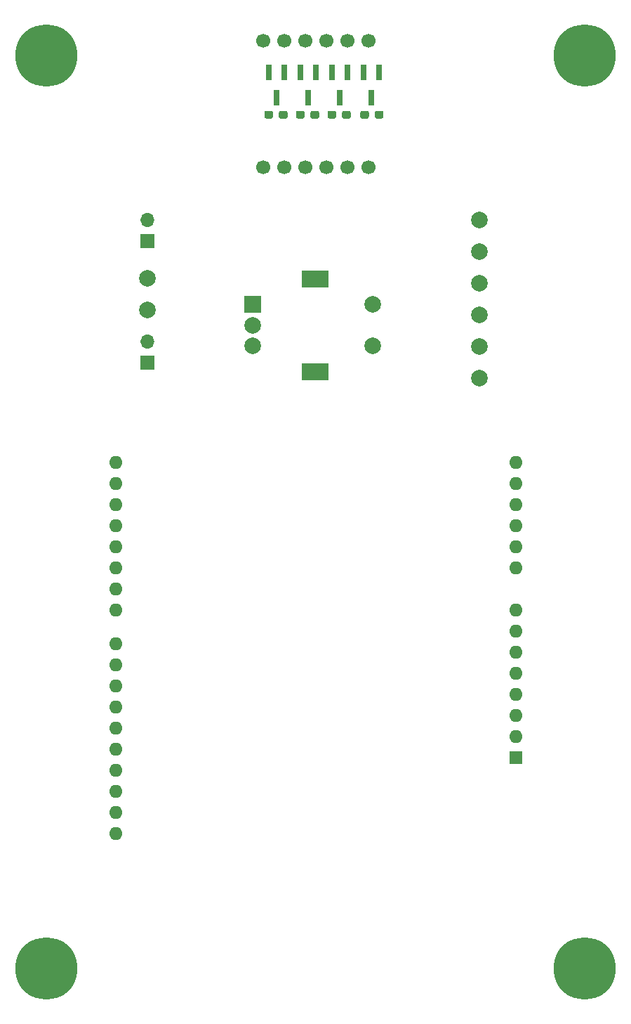
<source format=gbr>
%TF.GenerationSoftware,KiCad,Pcbnew,(5.99.0-2611-ga723fba70-dirty)*%
%TF.CreationDate,2020-08-14T04:19:11+02:00*%
%TF.ProjectId,rundtisch-nc,72756e64-7469-4736-9368-2d6e632e6b69,rev?*%
%TF.SameCoordinates,Original*%
%TF.FileFunction,Soldermask,Bot*%
%TF.FilePolarity,Negative*%
%FSLAX46Y46*%
G04 Gerber Fmt 4.6, Leading zero omitted, Abs format (unit mm)*
G04 Created by KiCad (PCBNEW (5.99.0-2611-ga723fba70-dirty)) date 2020-08-14 04:19:11*
%MOMM*%
%LPD*%
G01*
G04 APERTURE LIST*
%ADD10C,7.500000*%
%ADD11C,2.000000*%
%ADD12C,1.700000*%
%ADD13R,1.700000X1.700000*%
%ADD14O,1.700000X1.700000*%
%ADD15R,2.000000X2.000000*%
%ADD16R,3.200000X2.000000*%
%ADD17R,0.800000X1.900000*%
%ADD18R,1.600000X1.600000*%
%ADD19O,1.600000X1.600000*%
G04 APERTURE END LIST*
D10*
%TO.C,REF\u002A\u002A*%
X115000000Y-160000000D03*
%TD*%
%TO.C,REF\u002A\u002A*%
X50000000Y-160000000D03*
%TD*%
%TO.C,REF\u002A\u002A*%
X115000000Y-50000000D03*
%TD*%
%TO.C,REF\u002A\u002A*%
X50000000Y-50000000D03*
%TD*%
D11*
%TO.C,J4*%
X62230000Y-76835000D03*
X62230000Y-80645000D03*
%TD*%
D12*
%TO.C,U2*%
X76200000Y-63500000D03*
X78740000Y-63500000D03*
X81280000Y-63500000D03*
X83820000Y-63500000D03*
X86360000Y-63500000D03*
X88900000Y-63500000D03*
X88900000Y-48260000D03*
X86360000Y-48260000D03*
X83820000Y-48260000D03*
X81280000Y-48260000D03*
X78740000Y-48260000D03*
X76200000Y-48260000D03*
%TD*%
D13*
%TO.C,SW1*%
X62230000Y-86995000D03*
D14*
X62230000Y-84455000D03*
%TD*%
D13*
%TO.C,J3*%
X62230000Y-72390000D03*
D14*
X62230000Y-69850000D03*
%TD*%
D15*
%TO.C,SW3*%
X74930000Y-80010000D03*
D11*
X74930000Y-85010000D03*
X74930000Y-82510000D03*
D16*
X82430000Y-88110000D03*
X82430000Y-76910000D03*
D11*
X89430000Y-85010000D03*
X89430000Y-80010000D03*
%TD*%
%TO.C,R16*%
G36*
G01*
X83944000Y-57387500D02*
X83944000Y-56912500D01*
G75*
G02*
X84181500Y-56675000I237500J0D01*
G01*
X84756500Y-56675000D01*
G75*
G02*
X84994000Y-56912500I0J-237500D01*
G01*
X84994000Y-57387500D01*
G75*
G02*
X84756500Y-57625000I-237500J0D01*
G01*
X84181500Y-57625000D01*
G75*
G02*
X83944000Y-57387500I0J237500D01*
G01*
G37*
G36*
G01*
X85694000Y-57387500D02*
X85694000Y-56912500D01*
G75*
G02*
X85931500Y-56675000I237500J0D01*
G01*
X86506500Y-56675000D01*
G75*
G02*
X86744000Y-56912500I0J-237500D01*
G01*
X86744000Y-57387500D01*
G75*
G02*
X86506500Y-57625000I-237500J0D01*
G01*
X85931500Y-57625000D01*
G75*
G02*
X85694000Y-57387500I0J237500D01*
G01*
G37*
%TD*%
D17*
%TO.C,Q4*%
X76840000Y-52070000D03*
X78740000Y-52070000D03*
X77790000Y-55070000D03*
%TD*%
%TO.C,Q3*%
X80650000Y-52070000D03*
X82550000Y-52070000D03*
X81600000Y-55070000D03*
%TD*%
%TO.C,R18*%
G36*
G01*
X76324000Y-57387500D02*
X76324000Y-56912500D01*
G75*
G02*
X76561500Y-56675000I237500J0D01*
G01*
X77136500Y-56675000D01*
G75*
G02*
X77374000Y-56912500I0J-237500D01*
G01*
X77374000Y-57387500D01*
G75*
G02*
X77136500Y-57625000I-237500J0D01*
G01*
X76561500Y-57625000D01*
G75*
G02*
X76324000Y-57387500I0J237500D01*
G01*
G37*
G36*
G01*
X78074000Y-57387500D02*
X78074000Y-56912500D01*
G75*
G02*
X78311500Y-56675000I237500J0D01*
G01*
X78886500Y-56675000D01*
G75*
G02*
X79124000Y-56912500I0J-237500D01*
G01*
X79124000Y-57387500D01*
G75*
G02*
X78886500Y-57625000I-237500J0D01*
G01*
X78311500Y-57625000D01*
G75*
G02*
X78074000Y-57387500I0J237500D01*
G01*
G37*
%TD*%
%TO.C,R17*%
G36*
G01*
X80134000Y-57387500D02*
X80134000Y-56912500D01*
G75*
G02*
X80371500Y-56675000I237500J0D01*
G01*
X80946500Y-56675000D01*
G75*
G02*
X81184000Y-56912500I0J-237500D01*
G01*
X81184000Y-57387500D01*
G75*
G02*
X80946500Y-57625000I-237500J0D01*
G01*
X80371500Y-57625000D01*
G75*
G02*
X80134000Y-57387500I0J237500D01*
G01*
G37*
G36*
G01*
X81884000Y-57387500D02*
X81884000Y-56912500D01*
G75*
G02*
X82121500Y-56675000I237500J0D01*
G01*
X82696500Y-56675000D01*
G75*
G02*
X82934000Y-56912500I0J-237500D01*
G01*
X82934000Y-57387500D01*
G75*
G02*
X82696500Y-57625000I-237500J0D01*
G01*
X82121500Y-57625000D01*
G75*
G02*
X81884000Y-57387500I0J237500D01*
G01*
G37*
%TD*%
D11*
%TO.C,J1*%
X102235000Y-88900000D03*
X102235000Y-85090000D03*
X102235000Y-81280000D03*
X102235000Y-77470000D03*
X102235000Y-73660000D03*
X102235000Y-69850000D03*
%TD*%
D17*
%TO.C,Q2*%
X84460000Y-52070000D03*
X86360000Y-52070000D03*
X85410000Y-55070000D03*
%TD*%
D18*
%TO.C,A1*%
X106680000Y-134620000D03*
D19*
X106680000Y-132080000D03*
X106680000Y-129540000D03*
X106680000Y-127000000D03*
X106680000Y-124460000D03*
X106680000Y-121920000D03*
X106680000Y-119380000D03*
X106680000Y-116840000D03*
X106680000Y-111760000D03*
X106680000Y-109220000D03*
X106680000Y-106680000D03*
X106680000Y-104140000D03*
X106680000Y-101600000D03*
X106680000Y-99060000D03*
X58420000Y-99060000D03*
X58420000Y-101600000D03*
X58420000Y-104140000D03*
X58420000Y-106680000D03*
X58420000Y-109220000D03*
X58420000Y-111760000D03*
X58420000Y-114300000D03*
X58420000Y-116840000D03*
X58420000Y-120900000D03*
X58420000Y-123440000D03*
X58420000Y-125980000D03*
X58420000Y-128520000D03*
X58420000Y-131060000D03*
X58420000Y-133600000D03*
X58420000Y-136140000D03*
X58420000Y-138680000D03*
X58420000Y-141220000D03*
X58420000Y-143760000D03*
%TD*%
D17*
%TO.C,Q1*%
X88265000Y-52070000D03*
X90165000Y-52070000D03*
X89215000Y-55070000D03*
%TD*%
%TO.C,R13*%
G36*
G01*
X87895000Y-57387500D02*
X87895000Y-56912500D01*
G75*
G02*
X88132500Y-56675000I237500J0D01*
G01*
X88707500Y-56675000D01*
G75*
G02*
X88945000Y-56912500I0J-237500D01*
G01*
X88945000Y-57387500D01*
G75*
G02*
X88707500Y-57625000I-237500J0D01*
G01*
X88132500Y-57625000D01*
G75*
G02*
X87895000Y-57387500I0J237500D01*
G01*
G37*
G36*
G01*
X89645000Y-57387500D02*
X89645000Y-56912500D01*
G75*
G02*
X89882500Y-56675000I237500J0D01*
G01*
X90457500Y-56675000D01*
G75*
G02*
X90695000Y-56912500I0J-237500D01*
G01*
X90695000Y-57387500D01*
G75*
G02*
X90457500Y-57625000I-237500J0D01*
G01*
X89882500Y-57625000D01*
G75*
G02*
X89645000Y-57387500I0J237500D01*
G01*
G37*
%TD*%
M02*

</source>
